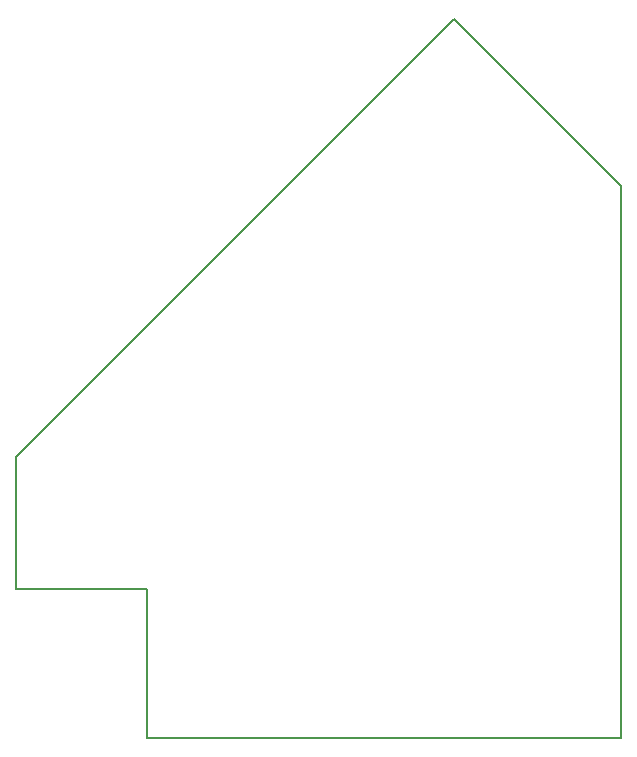
<source format=gbr>
G04 #@! TF.GenerationSoftware,KiCad,Pcbnew,5.0.0-fee4fd1~65~ubuntu17.10.1*
G04 #@! TF.CreationDate,2018-07-28T17:47:53-07:00*
G04 #@! TF.ProjectId,_autosave-ATX2PCjr,5F6175746F736176652D415458325043,rev?*
G04 #@! TF.SameCoordinates,Original*
G04 #@! TF.FileFunction,Profile,NP*
%FSLAX46Y46*%
G04 Gerber Fmt 4.6, Leading zero omitted, Abs format (unit mm)*
G04 Created by KiCad (PCBNEW 5.0.0-fee4fd1~65~ubuntu17.10.1) date Sat Jul 28 17:47:53 2018*
%MOMM*%
%LPD*%
G01*
G04 APERTURE LIST*
%ADD10C,0.200000*%
G04 APERTURE END LIST*
D10*
X106426000Y-96266000D02*
X146558000Y-96266000D01*
X106426000Y-83693000D02*
X106426000Y-96266000D01*
X95377000Y-83693000D02*
X106426000Y-83693000D01*
X95377000Y-72517000D02*
X95377000Y-83693000D01*
X132461000Y-35433000D02*
X95377000Y-72517000D01*
X146558000Y-49530000D02*
X132461000Y-35433000D01*
X146558000Y-96266000D02*
X146558000Y-49530000D01*
M02*

</source>
